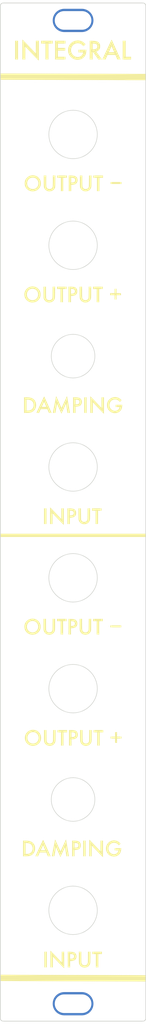
<source format=kicad_pcb>
(kicad_pcb (version 20211014) (generator pcbnew)
  (title_block (title "Simple Integrator 4u Panel") (date "2022-06-17") (rev "r01") (comment 2 "creativecommons.org/licenses/by/4.0/") (comment 3 "License: CC BY 4.0") (comment 4 "Author: Guy John"))
  (layers (0 "F.Cu" signal) (31 "B.Cu" signal) (36 "B.SilkS" user "B.Silkscreen") (37 "F.SilkS" user "F.Silkscreen") (38 "B.Mask" user) (39 "F.Mask" user) (44 "Edge.Cuts" user))
  (net 0 "")
  (footprint "4u-simple-integrator-panel:4u-simple-integrator-panel" (layer "F.Cu") (at 74.8792 106.8578)
    (fp_text reference "Ref**" hide)
    (fp_text value "Val**" hide)
    (fp_line (start -2.64255 71.659) (end -2.9389 71.389) (layer "Edge.Cuts") (width 0.1))
    (fp_line (start 3.835 28.735) (end 3.9758 29.117) (layer "Edge.Cuts") (width 0.1))
    (fp_line (start 0 -30.55) (end 0.3811 -30.5305) (layer "Edge.Cuts") (width 0.1))
    (fp_line (start -4.1427 29.927) (end -4.07914 29.515) (layer "Edge.Cuts") (width 0.1))
    (fp_line (start 3.835 -6.1353) (end 3.6587 -5.7716) (layer "Edge.Cuts") (width 0.1))
    (fp_line (start -12 -87.5) (end 12 -87.5) (layer "Edge.Cuts") (width 0.12))
    (fp_line (start 1.2327 -68.8763) (end 1.6145 -68.7354) (layer "Edge.Cuts") (width 0.1))
    (fp_line (start -3.83496 28.735) (end -3.65866 28.372) (layer "Edge.Cuts") (width 0.1))
    (fp_line (start 1.4535 52.853) (end 1.1098 52.98) (layer "Edge.Cuts") (width 0.1))
    (fp_line (start 3.835 -9.3647) (end 3.9758 -8.9828) (layer "Edge.Cuts") (width 0.1))
    (fp_line (start -0.8349 -3.6703) (end -1.2327 -3.7736) (layer "Edge.Cuts") (width 0.1))
    (fp_line (start -4.07914 10.465) (end -3.97584 10.0672) (layer "Edge.Cuts") (width 0.1))
    (fp_line (start -3.44911 -10.0719) (end -3.20847 -10.3929) (layer "Edge.Cuts") (width 0.1))
    (fp_line (start 3.4527 47.946) (end 3.5796 48.29) (layer "Edge.Cuts") (width 0.1))
    (fp_line (start 2.3791 46.511) (end 2.646 46.754) (layer "Edge.Cuts") (width 0.1))
    (fp_line (start 0 -11.9149) (end 0.4233 -11.8932) (layer "Edge.Cuts") (width 0.1))
    (fp_line (start -4.1427 30.773) (end -4.16437 30.35) (layer "Edge.Cuts") (width 0.1))
    (fp_line (start 1.6145 -3.9145) (end 1.2327 -3.7736) (layer "Edge.Cuts") (width 0.1))
    (fp_line (start -2.3791 -23.9107) (end -2.64595 -24.1535) (layer "Edge.Cuts") (width 0.1))
    (fp_line (start 3.9758 31.583) (end 3.835 31.965) (layer "Edge.Cuts") (width 0.1))
    (fp_line (start -2.9389 -42.9107) (end -3.20847 -43.2071) (layer "Edge.Cuts") (width 0.1))
    (fp_line (start 1.9782 34.009) (end 1.6145 34.186) (layer "Edge.Cuts") (width 0.1))
    (fp_line (start 0.8349 15.38) (end 0.4233 15.443) (layer "Edge.Cuts") (width 0.1))
    (fp_line (start 2.8887 47.02) (end 3.1053 47.309) (layer "Edge.Cuts") (width 0.1))
    (fp_line (start 1.2327 34.326) (end 0.8349 34.43) (layer "Edge.Cuts") (width 0.1))
    (fp_line (start -3.97584 67.217) (end -3.83496 66.835) (layer "Edge.Cuts") (width 0.1))
    (fp_line (start 3.6587 -5.7716) (end 3.4491 -5.4281) (layer "Edge.Cuts") (width 0.1))
    (fp_line (start 1.6145 64.615) (end 1.9782 64.791) (layer "Edge.Cuts") (width 0.1))
    (fp_line (start 3.6726 -26.0482) (end 3.5796 -25.69) (layer "Edge.Cuts") (width 0.1))
    (fp_line (start -1.6145 7.4646) (end -1.2327 7.3237) (layer "Edge.Cuts") (width 0.1))
    (fp_line (start 0.8349 34.43) (end 0.4233 34.493) (layer "Edge.Cuts") (width 0.1))
    (fp_line (start 3.6587 -9.7284) (end 3.835 -9.3647) (layer "Edge.Cuts") (width 0.1))
    (fp_line (start 1.2327 -41.8736) (end 0.8349 -41.7703) (layer "Edge.Cuts") (width 0.1))
    (fp_line (start -3.20847 27.707) (end -2.9389 27.411) (layer "Edge.Cuts") (width 0.1))
    (fp_line (start 3.6587 32.328) (end 3.4491 32.672) (layer "Edge.Cuts") (width 0.1))
    (fp_line (start 0.8349 -49.9296) (end 1.2327 -49.8263) (layer "Edge.Cuts") (width 0.1))
    (fp_line (start -1.6145 64.615) (end -1.2327 64.474) (layer "Edge.Cuts") (width 0.1))
    (fp_line (start 4.1427 -8.1734) (end 4.1644 -7.7501) (layer "Edge.Cuts") (width 0.1))
    (fp_line (start -2.3216 -68.3495) (end -1.9782 -68.5591) (layer "Edge.Cuts") (width 0.1))
    (fp_line (start -0.3811 -23.0694) (end -0.7516 -23.1266) (layer "Edge.Cuts") (width 0.1))
    (fp_line (start -4.1427 -7.3268) (end -4.16437 -7.7501) (layer "Edge.Cuts") (width 0.1))
    (fp_line (start 0.4233 -60.7567) (end 0 -60.735) (layer "Edge.Cuts") (width 0.1))
    (fp_line (start -3.44911 13.622) (end -3.65866 13.278) (layer "Edge.Cuts") (width 0.1))
    (fp_line (start -0.7516 -30.4733) (end -0.3811 -30.5305) (layer "Edge.Cuts") (width 0.1))
    (fp_line (start -4.07914 -6.9151) (end -4.1427 -7.3268) (layer "Edge.Cuts") (width 0.1))
    (fp_line (start 4.0791 67.615) (end 4.1427 68.027) (layer "Edge.Cuts") (width 0.1))
    (fp_line (start 2.6425 27.141) (end 2.9389 27.411) (layer "Edge.Cuts") (width 0.1))
    (fp_line (start 0.3811 45.669) (end 0.7516 45.727) (layer "Edge.Cuts") (width 0.1))
    (fp_line (start -2.0902 52.506) (end -2.3791 52.289) (layer "Edge.Cuts") (width 0.1))
    (fp_line (start 2.3216 -4.3004) (end 1.9782 -4.0908) (layer "Edge.Cuts") (width 0.1))
    (fp_line (start -2.64255 8.0911) (end -2.3216 7.8505) (layer "Edge.Cuts") (width 0.1))
    (fp_line (start -3.7298 -27.1812) (end -3.67257 -27.5518) (layer "Edge.Cuts") (width 0.1))
    (fp_line (start 1.6145 -61.0645) (end 1.2327 -60.9236) (layer "Edge.Cuts") (width 0.1))
    (fp_line (start -1.2327 -49.8263) (end -0.8349 -49.9296) (layer "Edge.Cuts") (width 0.1))
    (fp_line (start -3.97584 -66.1328) (end -3.83496 -66.5147) (layer "Edge.Cuts") (width 0.1))
    (fp_line (start 0.4233 7.1568) (end 0.8349 7.2204) (layer "Edge.Cuts") (width 0.1))
    (fp_line (start 1.9782 -49.5091) (end 2.3216 -49.2995) (layer "Edge.Cuts") (width 0.1))
    (fp_line (start 3.4527 -25.3462) (end 3.294 -25.0186) (layer "Edge.Cuts") (width 0.1))
    (fp_line (start 3.835 66.835) (end 3.9758 67.217) (layer "Edge.Cuts") (width 0.1))
    (fp_line (start -2.64255 33.559) (end -2.9389 33.289) (layer "Edge.Cuts") (width 0.1))
    (fp_line (start -3.20847 -10.3929) (end -2.9389 -10.6892) (layer "Edge.Cuts") (width 0.1))
    (fp_line (start -3.20847 -5.1071) (end -3.44911 -5.4281) (layer "Edge.Cuts") (width 0.1))
    (fp_line (start 3.6587 9.3216) (end 3.835 9.6853) (layer "Edge.Cuts") (width 0.1))
    (fp_line (start 1.2327 -60.9236) (end 0.8349 -60.8203) (layer "Edge.Cuts") (width 0.1))
    (fp_line (start -3.44911 70.772) (end -3.65866 70.428) (layer "Edge.Cuts") (width 0.1))
    (fp_line (start 0.4233 34.493) (end 0 34.515) (layer "Edge.Cuts") (width 0.1))
    (fp_line (start 0 45.65) (end 0.3811 45.669) (layer "Edge.Cuts") (width 0.1))
    (fp_line (start -3.20847 -67.5429) (end -2.9389 -67.8392) (layer "Edge.Cuts") (width 0.1))
    (fp_line (start 3.4491 13.622) (end 3.2085 13.943) (layer "Edge.Cuts") (width 0.1))
    (fp_line (start -3.10532 47.309) (end -2.88866 47.02) (layer "Edge.Cuts") (width 0.1))
    (fp_line (start 2.3216 26.9) (end 2.6425 27.141) (layer "Edge.Cuts") (width 0.1))
    (fp_line (start -3.83496 -9.3647) (end -3.65866 -9.7284) (layer "Edge.Cuts") (width 0.1))
    (fp_line (start -3.83496 66.835) (end -3.65866 66.472) (layer "Edge.Cuts") (width 0.1))
    (fp_line (start -3.20847 -43.2071) (end -3.44911 -43.5281) (layer "Edge.Cuts") (width 0.1))
    (fp_line (start 0 7.1351) (end 0.4233 7.1568) (layer "Edge.Cuts") (width 0.1))
    (fp_line (start -2.3216 71.9) (end -2.64255 71.659) (layer "Edge.Cuts") (width 0.1))
    (fp_line (start -3.7298 49.781) (end -3.74931 49.4) (layer "Edge.Cuts") (width 0.1))
    (fp_line (start -0.3811 53.131) (end -0.7516 53.073) (layer "Edge.Cuts") (width 0.1))
    (fp_line (start 2.8887 51.78) (end 2.646 52.047) (layer "Edge.Cuts") (width 0.1))
    (fp_line (start 0 -69.0649) (end 0.4233 -69.0432) (layer "Edge.Cuts") (width 0.1))
    (fp_line (start 2.9389 -48.7892) (end 3.2085 -48.4929) (layer "Edge.Cuts") (width 0.1))
    (fp_line (start -1.9782 -11.4091) (end -1.6145 -11.5854) (layer "Edge.Cuts") (width 0.1))
    (fp_line (start 0.4233 -3.6067) (end 0 -3.585) (layer "Edge.Cuts") (width 0.1))
    (fp_line (start -1.4535 45.947) (end -1.1098 45.82) (layer "Edge.Cuts") (width 0.1))
    (fp_line (start -3.44911 -48.1719) (end -3.20847 -48.4929) (layer "Edge.Cuts") (width 0.1))
    (fp_line (start 1.9782 26.691) (end 2.3216 26.9) (layer "Edge.Cuts") (width 0.1))
    (fp_line (start 1.2327 64.474) (end 1.6145 64.615) (layer "Edge.Cuts") (width 0.1))
    (fp_line (start -4.1427 10.8766) (end -4.07914 10.465) (layer "Edge.Cuts") (width 0.1))
    (fp_line (start -1.9782 64.791) (end -1.6145 64.615) (layer "Edge.Cuts") (width 0.1))
    (fp_line (start -3.67257 -26.0482) (end -3.7298 -26.4189) (layer "Edge.Cuts") (width 0.1))
    (fp_line (start -4.16437 11.2999) (end -4.16437 11.2999) (layer "Edge.Cuts") (width 0.1))
    (fp_line (start 0 -23.0499) (end -0.3811 -23.0694) (layer "Edge.Cuts") (width 0.1))
    (fp_line (start 3.6587 66.472) (end 3.835 66.835) (layer "Edge.Cuts") (width 0.1))
    (fp_line (start -1.9782 14.959) (end -2.3216 14.75) (layer "Edge.Cuts") (width 0.1))
    (fp_line (start -2.0902 -29.9059) (end -1.781 -30.0946) (layer "Edge.Cuts") (width 0.1))
    (fp_line (start 4.0791 69.285) (end 3.9758 69.683) (layer "Edge.Cuts") (width 0.1))
    (fp_line (start -3.83496 -47.4647) (end -3.65866 -47.8284) (layer "Edge.Cuts") (width 0.1))
    (fp_line (start -3.97584 12.533) (end -4.07914 12.1349) (layer "Edge.Cuts") (width 0.1))
    (fp_line (start 3.9758 -66.1328) (end 4.0791 -65.735) (layer "Edge.Cuts") (width 0.1))
    (fp_line (start 3.4491 -67.2219) (end 3.6587 -66.8784) (layer "Edge.Cuts") (width 0.1))
    (fp_line (start -4.07914 31.185) (end -4.1427 30.773) (layer "Edge.Cuts") (width 0.1))
    (fp_line (start 3.1053 47.309) (end 3.294 47.619) (layer "Edge.Cuts") (width 0.1))
    (fp_line (start -1.2327 -68.8763) (end -0.8349 -68.9796) (layer "Edge.Cuts") (width 0.1))
    (fp_line (start 2.3216 33.8) (end 1.9782 34.009) (layer "Edge.Cuts") (width 0.1))
    (fp_line (start 3.4491 8.9781) (end 3.6587 9.3216) (layer "Edge.Cuts") (width 0.1))
    (fp_line (start 4.0791 -6.9151) (end 3.9758 -6.5172) (layer "Edge.Cuts") (width 0.1))
    (fp_line (start 2.6425 33.559) (end 2.3216 33.8) (layer "Edge.Cuts") (width 0.1))
    (fp_line (start -2.64595 -24.1535) (end -2.88866 -24.4203) (layer "Edge.Cuts") (width 0.1))
    (fp_line (start -3.97584 10.0672) (end -3.83496 9.6853) (layer "Edge.Cuts") (width 0.1))
    (fp_line (start 12 87.5) (end -12 87.5) (layer "Edge.Cuts") (width 0.12))
    (fp_line (start -0.4233 -49.9932) (end 0 -50.0149) (layer "Edge.Cuts") (width 0.1))
    (fp_line (start 2.6425 -68.1089) (end 2.9389 -67.8392) (layer "Edge.Cuts") (width 0.1))
    (fp_line (start 1.2327 -3.7736) (end 0.8349 -3.6703) (layer "Edge.Cuts") (width 0.1))
    (fp_line (start 1.9782 -42.1908) (end 1.6145 -42.0145) (layer "Edge.Cuts") (width 0.1))
    (fp_line (start 0.4233 15.443) (end 0 15.465) (layer "Edge.Cuts") (width 0.1))
    (fp_line (start 1.2327 15.276) (end 0.8349 15.38) (layer "Edge.Cuts") (width 0.1))
    (fp_line (start -0.8349 -60.8203) (end -1.2327 -60.9236) (layer "Edge.Cuts") (width 0.1))
    (fp_line (start -0.8349 -11.8296) (end -0.4233 -11.8932) (layer "Edge.Cuts") (width 0.1))
    (fp_line (start 1.6145 7.4646) (end 1.9782 7.6409) (layer "Edge.Cuts") (width 0.1))
    (fp_line (start -3.45272 50.854) (end -3.57956 50.51) (layer "Edge.Cuts") (width 0.1))
    (fp_line (start -1.9782 -49.5091) (end -1.6145 -49.6854) (layer "Edge.Cuts") (width 0.1))
    (fp_line (start -4.16437 -45.8501) (end -4.1427 -46.2734) (layer "Edge.Cuts") (width 0.1))
    (fp_line (start -0.3811 -30.5305) (end 0 -30.55) (layer "Edge.Cuts") (width 0.1))
    (fp_line (start -3.65866 13.278) (end -3.83496 12.915) (layer "Edge.Cuts") (width 0.1))
    (fp_line (start -3.29399 -25.0186) (end -3.45272 -25.3462) (layer "Edge.Cuts") (width 0.1))
    (fp_line (start -2.9389 -67.8392) (end -2.64255 -68.1089) (layer "Edge.Cuts") (width 0.1))
    (fp_line (start -4.1427 11.7232) (end -4.16437 11.2999) (layer "Edge.Cuts") (width 0.1))
    (fp_line (start 3.2085 -48.4929) (end 3.4491 -48.1719) (layer "Edge.Cuts") (width 0.1))
    (fp_line (start 2.9389 71.389) (end 2.6425 71.659) (layer "Edge.Cuts") (width 0.1))
    (fp_line (start -1.6145 -42.0145) (end -1.9782 -42.1908) (layer "Edge.Cuts") (width 0.1))
    (fp_line (start 3.9758 -44.6172) (end 3.835 -44.2353) (layer "Edge.Cuts") (width 0.1))
    (fp_line (start 3.2085 13.943) (end 2.9389 14.239) (layer "Edge.Cuts") (width 0.1))
    (fp_line (start 12.5 -87) (end 12.5 87) (layer "Edge.Cuts") (width 0.12))
    (fp_line (start 0.7516 45.727) (end 1.1098 45.82) (layer "Edge.Cuts") (width 0.1))
    (fp_line (start 4.1427 -65.3234) (end 4.1644 -64.9001) (layer "Edge.Cuts") (width 0.1))
    (fp_line (start -1.6145 26.515) (end -1.2327 26.374) (layer "Edge.Cuts") (width 0.1))
    (fp_line (start -3.97584 -47.0828) (end -3.83496 -47.4647) (layer "Edge.Cuts") (width 0.1))
    (fp_line (start -4.1427 -64.4768) (end -4.16437 -64.9001) (layer "Edge.Cuts") (width 0.1))
    (fp_line (start 3.7298 -27.1812) (end 3.7493 -26.8001) (layer "Edge.Cuts") (width 0.1))
    (fp_line (start 3.6587 -43.8716) (end 3.4491 -43.5281) (layer "Edge.Cuts") (width 0.1))
    (fp_line (start 1.4535 45.947) (end 1.781 46.105) (layer "Edge.Cuts") (width 0.1))
    (fp_line (start 2.646 52.047) (end 2.3791 52.289) (layer "Edge.Cuts") (width 0.1))
    (fp_line (start -2.3216 33.8) (end -2.64255 33.559) (layer "Edge.Cuts") (width 0.1))
    (fp_line (start -4.07914 69.285) (end -4.1427 68.873) (layer "Edge.Cuts") (width 0.1))
    (fp_line (start 3.835 70.065) (end 3.6587 70.428) (layer "Edge.Cuts") (width 0.1))
    (fp_line (start 4.1644 68.45) (end 4.1427 68.873) (layer "Edge.Cuts") (width 0.1))
    (fp_line (start -3.65866 -9.7284) (end -3.44911 -10.0719) (layer "Edge.Cuts") (width 0.1))
    (fp_line (start 0.8349 -68.9796) (end 1.2327 -68.8763) (layer "Edge.Cuts") (width 0.1))
    (fp_line (start 0.8349 72.53) (end 0.4233 72.593) (layer "Edge.Cuts") (width 0.1))
    (fp_line (start -4.1427 -45.4268) (end -4.16437 -45.8501) (layer "Edge.Cuts") (width 0.1))
    (fp_line (start -4.07914 67.615) (end -3.97584 67.217) (layer "Edge.Cuts") (width 0.1))
    (fp_line (start 3.6587 13.278) (end 3.4491 13.622) (layer "Edge.Cuts") (width 0.1))
    (fp_line (start -3.65866 -47.8284) (end -3.44911 -48.1719) (layer "Edge.Cuts") (width 0.1))
    (fp_line (start -3.7298 49.019) (end -3.67257 48.648) (layer "Edge.Cuts") (width 0.1))
    (fp_line (start -1.2327 7.3237) (end -0.8349 7.2204) (layer "Edge.Cuts") (width 0.1))
    (fp_line (start 4.1644 11.2999) (end 4.1427 11.7232) (layer "Edge.Cuts") (width 0.1))
    (fp_line (start -2.64255 -42.6411) (end -2.9389 -42.9107) (layer "Edge.Cuts") (width 0.1))
    (fp_line (start -3.44911 8.9781) (end -3.20847 8.6571) (layer "Edge.Cuts") (width 0.1))
    (fp_line (start -3.65866 9.3216) (end -3.44911 8.9781) (layer "Edge.Cuts") (width 0.1))
    (fp_line (start 0.8349 -11.8296) (end 1.2327 -11.7263) (layer "Edge.Cuts") (width 0.1))
    (fp_line (start 2.6425 -10.9589) (end 2.9389 -10.6892) (layer "Edge.Cuts") (width 0.1))
    (fp_line (start -3.67257 48.648) (end -3.57956 48.29) (layer "Edge.Cuts") (width 0.1))
    (fp_line (start -3.45272 -28.2539) (end -3.29399 -28.5814) (layer "Edge.Cuts") (width 0.1))
    (fp_line (start -3.83496 -66.5147) (end -3.65866 -66.8784) (layer "Edge.Cuts") (width 0.1))
    (fp_line (start -4.07914 12.1349) (end -4.1427 11.7232) (layer "Edge.Cuts") (width 0.1))
    (fp_line (start 0.4233 -11.8932) (end 0.8349 -11.8296) (layer "Edge.Cuts") (width 0.1))
    (fp_line (start -4.07914 29.515) (end -3.97584 29.117) (layer "Edge.Cuts") (width 0.1))
    (fp_line (start 3.4527 50.854) (end 3.294 51.181) (layer "Edge.Cuts") (width 0.1))
    (fp_line (start -0.4233 -3.6067) (end -0.8349 -3.6703) (layer "Edge.Cuts") (width 0.1))
    (fp_line (start 2.3216 71.9) (end 1.9782 72.109) (layer "Edge.Cuts") (width 0.1))
    (fp_line (start 3.5796 -25.69) (end 3.4527 -25.3462) (layer "Edge.Cuts") (width 0.1))
    (fp_line (start -2.3216 -4.3004) (end -2.64255 -4.5411) (layer "Edge.Cuts") (width 0.1))
    (fp_line (start 0.8349 -41.7703) (end 0.4233 -41.7067) (layer "Edge.Cuts") (width 0.1))
    (fp_line (start -1.2327 26.374) (end -0.8349 26.27) (layer "Edge.Cuts") (width 0.1))
    (fp_line (start -1.9782 -4.0908) (end -2.3216 -4.3004) (layer "Edge.Cuts") (width 0.1))
    (fp_line (start 0 -41.685) (end -0.4233 -41.7067) (layer "Edge.Cuts") (width 0.1))
    (fp_line (start 2.3216 -42.4004) (end 1.9782 -42.1908) (layer "Edge.Cuts") (width 0.1))
    (fp_line (start 0 72.615) (end -0.4233 72.593) (layer "Edge.Cuts") (width 0.1))
    (fp_line (start -3.65866 70.428) (end -3.83496 70.065) (layer "Edge.Cuts") (width 0.1))
    (fp_line (start 1.6145 72.286) (end 1.2327 72.426) (layer "Edge.Cuts") (width 0.1))
    (fp_line (start 0 -60.735) (end -0.4233 -60.7567) (layer "Edge.Cuts") (width 0.1))
    (fp_line (start 2.3216 -68.3495) (end 2.6425 -68.1089) (layer "Edge.Cuts") (width 0.1))
    (fp_line (start -0.4233 64.307) (end 0 64.285) (layer "Edge.Cuts") (width 0.1))
    (fp_line (start 3.6587 -62.9216) (end 3.4491 -62.5781) (layer "Edge.Cuts") (width 0.1))
    (fp_line (start -2.9389 -48.7892) (end -2.64255 -49.0589) (layer "Edge.Cuts") (width 0.1))
    (fp_line (start 3.2085 -67.5429) (end 3.4491 -67.2219) (layer "Edge.Cuts") (width 0.1))
    (fp_line (start -2.64595 46.754) (end -2.3791 46.511) (layer "Edge.Cuts") (width 0.1))
    (fp_line (start -3.44911 28.028) (end -3.20847 27.707) (layer "Edge.Cuts") (width 0.1))
    (fp_line (start -1.2327 64.474) (end -0.8349 64.37) (layer "Edge.Cuts") (width 0.1))
    (fp_line (start -3.20847 71.093) (end -3.44911 70.772) (layer "Edge.Cuts") (width 0.1))
    (fp_line (start -3.74931 -26.8001) (end -3.74931 -26.8001) (layer "Edge.Cuts") (width 0.1))
    (fp_line (start 3.4491 -43.5281) (end 3.2085 -43.2071) (layer "Edge.Cuts") (width 0.1))
    (fp_line (start 2.646 -24.1535) (end 2.3791 -23.9107) (layer "Edge.Cuts") (width 0.1))
    (fp_line (start -4.1427 68.027) (end -4.07914 67.615) (layer "Edge.Cuts") (width 0.1))
    (fp_line (start 1.9782 -61.2408) (end 1.6145 -61.0645) (layer "Edge.Cuts") (width 0.1))
    (fp_line (start -3.67257 50.152) (end -3.7298 49.781) (layer "Edge.Cuts") (width 0.1))
    (fp_line (start 2.3216 -11.1995) (end 2.6425 -10.9589) (layer "Edge.Cuts") (width 0.1))
    (fp_line (start -0.7516 53.073) (end -1.1098 52.98) (layer "Edge.Cuts") (width 0.1))
    (fp_line (start 3.294 -28.5814) (end 3.4527 -28.2539) (layer "Edge.Cuts") (width 0.1))
    (fp_line (start -3.20847 32.993) (end -3.44911 32.672) (layer "Edge.Cuts") (width 0.1))
    (fp_line (start 3.2085 -43.2071) (end 2.9389 -42.9107) (layer "Edge.Cuts") (width 0.1))
    (fp_line (start 2.3216 -61.4504) (end 1.9782 -61.2408) (layer "Edge.Cuts") (width 0.1))
    (fp_line (start 0.8349 26.27) (end 1.2327 26.374) (layer "Edge.Cuts") (width 0.1))
    (fp_line (start -0.7516 45.727) (end -0.3811 45.669) (layer "Edge.Cuts") (width 0.1))
    (fp_line (start -1.6145 -49.6854) (end -1.2327 -49.8263) (layer "Edge.Cuts") (width 0.1))
    (fp_line (start -1.6145 -11.5854) (end -1.2327 -11.7263) (layer "Edge.Cuts") (width 0.1))
    (fp_line (start 2.6425 -4.5411) (end 2.3216 -4.3004) (layer "Edge.Cuts") (width 0.1))
    (fp_line (start -3.20847 65.807) (end -2.9389 65.511) (layer "Edge.Cuts") (width 0.1))
    (fp_line (start -0.8349 -68.9796) (end -0.4233 -69.0432) (layer "Edge.Cuts") (width 0.1))
    (fp_line (start 3.1053 -28.8906) (end 3.294 -28.5814) (layer "Edge.Cuts") (width 0.1))
    (fp_line (start 4.1427 -45.4268) (end 4.0791 -45.0151) (layer "Edge.Cuts") (width 0.1))
    (fp_line (start 2.9389 -61.9607) (end 2.6425 -61.6911) (layer "Edge.Cuts") (width 0.1))
    (fp_line (start -3.29399 47.619) (end -3.10532 47.309) (layer "Edge.Cuts") (width 0.1))
    (fp_line (start -1.2327 72.426) (end -1.6145 72.286) (layer "Edge.Cuts") (width 0.1))
    (fp_line (start -2.64255 -4.5411) (end -2.9389 -4.8107) (layer "Edge.Cuts") (width 0.1))
    (fp_line (start 3.6587 28.372) (end 3.835 28.735) (layer "Edge.Cuts") (width 0.1))
    (fp_line (start 0 64.285) (end 0.4233 64.307) (layer "Edge.Cuts") (width 0.1))
    (fp_line (start 1.1098 52.98) (end 0.7516 53.073) (layer "Edge.Cuts") (width 0.1))
    (fp_line (start 3.5796 50.51) (end 3.4527 50.854) (layer "Edge.Cuts") (width 0.1))
    (fp_line (start -1.2327 34.326) (end -1.6145 34.186) (layer "Edge.Cuts") (width 0.1))
    (fp_line (start 4.1427 30.773) (end 4.0791 31.185) (layer "Edge.Cuts") (width 0.1))
    (fp_line (start 4.1427 11.7232) (end 4.0791 12.1349) (layer "Edge.Cuts") (width 0.1))
    (fp_line (start -1.6145 15.136) (end -1.9782 14.959) (layer "Edge.Cuts") (width 0.1))
    (fp_line (start 2.646 -29.4465) (end 2.8887 -29.1796) (layer "Edge.Cuts") (width 0.1))
    (fp_line (start -2.64595 52.047) (end -2.88866 51.78) (layer "Edge.Cuts") (width 0.1))
    (fp_line (start 4.0791 -8.585) (end 4.1427 -8.1734) (layer "Edge.Cuts") (width 0.1))
    (fp_line (start -12.5 87) (end -12.5 -87) (layer "Edge.Cuts") (width 0.12))
    (fp_line (start -3.57956 -27.91) (end -3.45272 -28.2539) (layer "Edge.Cuts") (width 0.1))
    (fp_line (start -1.9782 72.109) (end -2.3216 71.9) (layer "Edge.Cuts") (width 0.1))
    (fp_line (start 3.9758 -8.9828) (end 4.0791 -8.585) (layer "Edge.Cuts") (width 0.1))
    (fp_line (start 1.9782 -11.4091) (end 2.3216 -11.1995) (layer "Edge.Cuts") (width 0.1))
    (fp_line (start -3.97584 -6.5172) (end -4.07914 -6.9151) (layer "Edge.Cuts") (width 0.1))
    (fp_line (start -4.1427 68.873) (end -4.16437 68.45) (layer "Edge.Cuts") (width 0.1))
    (fp_line (start -2.9389 33.289) (end -3.20847 32.993) (layer "Edge.Cuts") (width 0.1))
    (fp_line (start 2.9389 65.511) (end 3.2085 65.807) (layer "Edge.Cuts") (width 0.1))
    (fp_line (start -3.45272 -25.3462) (end -3.57956 -25.69) (layer "Edge.Cuts") (width 0.1))
    (fp_line (start 2.9389 -67.8392) (end 3.2085 -67.5429) (layer "Edge.Cuts") (width 0.1))
    (fp_line (start 0 -3.585) (end -0.4233 -3.6067) (layer "Edge.Cuts") (width 0.1))
    (fp_line (start -0.4233 34.493) (end -0.8349 34.43) (layer "Edge.Cuts") (width 0.1))
    (fp_line (start 3.9758 69.683) (end 3.835 70.065) (layer "Edge.Cuts") (width 0.1))
    (fp_line (start -3.83496 -63.2853) (end -3.97584 -63.6672) (layer "Edge.Cuts") (width 0.1))
    (fp_line (start -1.1098 45.82) (end -0.7516 45.727) (layer "Edge.Cuts") (width 0.1))
    (fp_line (start 3.1053 -24.7094) (end 2.8887 -24.4203) (layer "Edge.Cuts") (width 0.1))
    (fp_line (start 3.7298 -26.4189) (end 3.6726 -26.0482) (layer "Edge.Cuts") (width 0.1))
    (fp_line (start 2.646 46.754) (end 2.8887 47.02) (layer "Edge.Cuts") (width 0.1))
    (fp_line (start -0.4233 -11.8932) (end 0 -11.9149) (layer "Edge.Cuts") (width 0.1))
    (fp_line (start 1.781 52.695) (end 1.4535 52.853) (layer "Edge.Cuts") (width 0.1))
    (fp_line (start 4.0791 -46.685) (end 4.1427 -46.2734) (layer "Edge.Cuts") (width 0.1))
    (fp_line (start 0.8349 7.2204) (end 1.2327 7.3237) (layer "Edge.Cuts") (width 0.1))
    (fp_line (start -2.3216 14.75) (end -2.64255 14.509) (layer "Edge.Cuts") (width 0.1))
    (fp_line (start -1.2327 -41.8736) (end -1.6145 -42.0145) (layer "Edge.Cuts") (width 0.1))
    (fp_line (start 0.8349 -60.8203) (end 0.4233 -60.7567) (layer "Edge.Cuts") (width 0.1))
    (fp_line (start 2.3216 -49.2995) (end 2.6425 -49.0589) (layer "Edge.Cuts") (width 0.1))
    (fp_line (start 3.4491 -48.1719) (end 3.6587 -47.8284) (layer "Edge.Cuts") (width 0.1))
    (fp_line (start 1.9782 -4.0908) (end 1.6145 -3.9145) (layer "Edge.Cuts") (width 0.1))
    (fp_line (start 1.1098 -30.3802) (end 1.4535 -30.2534) (layer "Edge.Cuts") (width 0.1))
    (fp_line (start -1.1098 -30.3802) (end -0.7516 -30.4733) (layer "Edge.Cuts") (width 0.1))
    (fp_line (start -2.64255 -68.1089) (end -2.3216 -68.3495) (layer "Edge.Cuts") (width 0.1))
    (fp_line (start -3.97584 29.117) (end -3.83496 28.735) (layer "Edge.Cuts") (width 0.1))
    (fp_line (start 4.1644 -7.7501) (end 4.1427 -7.3268) (layer "Edge.Cuts") (width 0.1))
    (fp_line (start 1.6145 -49.6854) (end 1.9782 -49.5091) (layer "Edge.Cuts") (width 0.1))
    (fp_line (start 1.6145 26.515) (end 1.9782 26.691) (layer "Edge.Cuts") (width 0.1))
    (fp_line (start 0.7516 -30.4733) (end 1.1098 -30.3802) (layer "Edge.Cuts") (width 0.1))
    (fp_line (start 4.0791 -45.0151) (end 3.9758 -44.6172) (layer "Edge.Cuts") (width 0.1))
    (fp_line (start 4.0791 31.185) (end 3.9758 31.583) (layer "Edge.Cuts") (width 0.1))
    (fp_line (start -0.8349 64.37) (end -0.4233 64.307) (layer "Edge.Cuts") (width 0.1))
    (fp_line (start 2.6425 8.0911) (end 2.9389 8.3608) (layer "Edge.Cuts") (width 0.1))
    (fp_line (start -2.3216 26.9) (end -1.9782 26.691) (layer "Edge.Cuts") (width 0.1))
    (fp_line (start -2.3791 52.289) (end -2.64595 52.047) (layer "Edge.Cuts") (width 0.1))
    (fp_line (start -3.65866 32.328) (end -3.83496 31.965) (layer "Edge.Cuts") (width 0.1))
    (fp_line (start 2.9389 27.411) (end 3.2085 27.707) (layer "Edge.Cuts") (width 0.1))
    (fp_line (start -4.07914 -8.585) (end -3.97584 -8.9828) (layer "Edge.Cuts") (width 0.1))
    (fp_line (start 2.9389 8.3608) (end 3.2085 8.6571) (layer "Edge.Cuts") (width 0.1))
    (fp_line (start 3.835 -63.2853) (end 3.6587 -62.9216) (layer "Edge.Cuts") (width 0.1))
    (fp_line (start -4.16437 68.45) (end -4.16437 68.45) (layer "Edge.Cuts") (width 0.1))
    (fp_line (start -3.83496 -44.2353) (end -3.97584 -44.6172) (layer "Edge.Cuts") (width 0.1))
    (fp_line (start 3.7493 -26.8001) (end 3.7298 -26.4189) (layer "Edge.Cuts") (width 0.1))
    (fp_line (start 2.9389 14.239) (end 2.6425 14.509) (layer "Edge.Cuts") (width 0.1))
    (fp_line (start 0 -50.0149) (end 0.4233 -49.9932) (layer "Edge.Cuts") (width 0.1))
    (fp_line (start -2.9389 14.239) (end -3.20847 13.943) (layer "Edge.Cuts") (width 0.1))
    (fp_line (start -0.8349 34.43) (end -1.2327 34.326) (layer "Edge.Cuts") (width 0.1))
    (fp_line (start -0.4233 26.207) (end 0 26.185) (layer "Edge.Cuts") (width 0.1))
    (fp_line (start 3.7298 49.019) (end 3.7493 49.4) (layer "Edge.Cuts") (width 0.1))
    (fp_line (start -3.57956 -25.69) (end -3.67257 -26.0482) (layer "Edge.Cuts") (width 0.1))
    (fp_line (start -1.781 -30.0946) (end -1.4535 -30.2534) (layer "Edge.Cuts") (width 0.1))
    (fp_line (start 2.8887 -29.1796) (end 3.1053 -28.8906) (layer "Edge.Cuts") (width 0.1))
    (fp_line (start 3.5796 48.29) (end 3.6726 48.648) (layer "Edge.Cuts") (width 0.1))
    (fp_line (start -4.16437 30.35) (end -4.1427 29.927) (layer "Edge.Cuts") (width 0.1))
    (fp_line (start 2.9389 -4.8107) (end 2.6425 -4.5411) (layer "Edge.Cuts") (width 0.1))
    (fp_line (start -4.16437 68.45) (end -4.1427 68.027) (layer "Edge.Cuts") (width 0.1))
    (fp_line (start 3.2085 -5.1071) (end 2.9389 -4.8107) (layer "Edge.Cuts") (width 0.1))
    (fp_line (start 3.6587 70.428) (end 3.4491 70.772) (layer "Edge.Cuts") (width 0.1))
    (fp_line (start 1.2327 7.3237) (end 1.6145 7.4646) (layer "Edge.Cuts") (width 0.1))
    (fp_line (start -2.3216 -61.4504) (end -2.64255 -61.6911) (layer "Edge.Cuts") (width 0.1))
    (fp_line (start -1.781 -23.5053) (end -2.0902 -23.694) (layer "Edge.Cuts") (width 0.1))
    (fp_line (start 3.4491 -62.5781) (end 3.2085 -62.2571) (layer "Edge.Cuts") (width 0.1))
    (fp_line (start 2.3216 7.8505) (end 2.6425 8.0911) (layer "Edge.Cuts") (width 0.1))
    (fp_line (start 1.4535 -23.3465) (end 1.1098 -23.2197) (layer "Edge.Cuts") (width 0.1))
    (fp_line (start -4.16437 -64.9001) (end -4.16437 -64.9001) (layer "Edge.Cuts") (width 0.1))
    (fp_line (start 2.0902 46.294) (end 2.3791 46.511) (layer "Edge.Cuts") (width 0.1))
    (fp_line (start -2.3216 -49.2995) (end -1.9782 -49.5091) (layer "Edge.Cuts") (width 0.1))
    (fp_line (start -3.65866 -43.8716) (end -3.83496 -44.2353) (layer "Edge.Cuts") (width 0.1))
    (fp_line (start 0.3811 -23.0694) (end 0 -23.0499) (layer "Edge.Cuts") (width 0.1))
    (fp_line (start 0.4233 -49.9932) (end 0.8349 -49.9296) (layer "Edge.Cuts") (width 0.1))
    (fp_line (start -4.16437 -64.9001) (end -4.1427 -65.3234) (layer "Edge.Cuts") (width 0.1))
    (fp_line (start -2.88866 -24.4203) (end -3.10532 -24.7094) (layer "Edge.Cuts") (width 0.1))
    (fp_line (start -3.29399 -28.5814) (end -3.10532 -28.8906) (layer "Edge.Cuts") (width 0.1))
    (fp_line (start -3.29399 51.181) (end -3.45272 50.854) (layer "Edge.Cuts") (width 0.1))
    (fp_line (start 4.0791 12.1349) (end 3.9758 12.533) (layer "Edge.Cuts") (width 0.1))
    (fp_line (start 0.4233 64.307) (end 0.8349 64.37) (layer "Edge.Cuts") (width 0.1))
    (fp_line (start 3.2085 32.993) (end 2.9389 33.289) (layer "Edge.Cuts") (width 0.1))
    (fp_line (start 1.2327 72.426) (end 0.8349 72.53) (layer "Edge.Cuts") (width 0.1))
    (fp_line (start 3.6587 -47.8284) (end 3.835 -47.4647) (layer "Edge.Cuts") (width 0.1))
    (fp_line (start -4.16437 -7.7501) (end -4.1427 -8.1734) (layer "Edge.Cuts") (width 0.1))
    (fp_line (start -2.64255 -10.9589) (end -2.3216 -11.1995) (layer "Edge.Cuts") (width 0.1))
    (fp_line (start 1.9782 -68.5591) (end 2.3216 -68.3495) (layer "Edge.Cuts") (width 0.1))
    (fp_line (start 0.4233 -69.0432) (end 0.8349 -68.9796) (layer "Edge.Cuts") (width 0.1))
    (fp_line (start -2.64255 -61.6911) (end -2.9389 -61.9607) (layer "Edge.Cuts") (width 0.1))
    (fp_line (start -2.9389 27.411) (end -2.64255 27.141) (layer "Edge.Cuts") (width 0.1))
    (fp_line (start -1.781 46.105) (end -1.4535 45.947) (layer "Edge.Cuts") (width 0.1))
    (fp_line (start -0.8349 15.38) (end -1.2327 15.276) (layer "Edge.Cuts") (width 0.1))
    (fp_line (start 3.294 51.181) (end 3.1053 51.491) (layer "Edge.Cuts") (width 0.1))
    (fp_line (start 3.4491 66.128) (end 3.6587 66.472) (layer "Edge.Cuts") (width 0.1))
    (fp_line (start 4.1644 30.35) (end 4.1427 30.773) (layer "Edge.Cuts") (width 0.1))
    (fp_line (start 3.4491 -10.0719) (end 3.6587 -9.7284) (layer "Edge.Cuts") (width 0.1))
    (fp_line (start 3.4491 -5.4281) (end 3.2085 -5.1071) (layer "Edge.Cuts") (width 0.1))
    (fp_line (start 2.0902 -29.9059) (end 2.3791 -29.6892) (layer "Edge.Cuts") (width 0.1))
    (fp_line (start -3.97584 -63.6672) (end -4.07914 -64.0651) (layer "Edge.Cuts") (width 0.1))
    (fp_line (start -3.20847 -62.2571) (end -3.44911 -62.5781) (layer "Edge.Cuts") (width 0.1))
    (fp_line (start -3.65866 28.372) (end -3.44911 28.028) (layer "Edge.Cuts") (width 0.1))
    (fp_line (start -3.83496 12.915) (end -3.97584 12.533) (layer "Edge.Cuts") (width 0.1))
    (fp_line (start 1.781 46.105) (end 2.0902 46.294) (layer "Edge.Cuts") (width 0.1))
    (fp_line (start -1.2327 -3.7736) (end -1.6145 -3.9145) (layer "Edge.Cuts") (width 0.1))
    (fp_line (start 1.781 -30.0946) (end 2.0902 -29.9059) (layer "Edge.Cuts") (width 0.1))
    (fp_line (start -3.44911 -67.2219) (end -3.20847 -67.5429) (layer "Edge.Cuts") (width 0.1))
    (fp_line (start -1.1098 52.98) (end -1.4535 52.853) (layer "Edge.Cuts") (width 0.1))
    (fp_line (start 1.9782 7.6409) (end 2.3216 7.8505) (layer "Edge.Cuts") (width 0.1))
    (fp_line (start -2.3216 65) (end -1.9782 64.791) (layer "Edge.Cuts") (width 0.1))
    (fp_line (start -1.781 52.695) (end -2.0902 52.506) (layer "Edge.Cuts") (width 0.1))
    (fp_line (start -1.9782 34.009) (end -2.3216 33.8) (layer "Edge.Cuts") (width 0.1))
    (fp_line (start -0.7516 -23.1266) (end -1.1098 -23.2197) (layer "Edge.Cuts") (width 0.1))
    (fp_line (start -3.44911 -43.5281) (end -3.65866 -43.8716) (layer "Edge.Cuts") (width 0.1))
    (fp_line (start 4.1427 -64.4768) (end 4.0791 -64.0651) (layer "Edge.Cuts") (width 0.1))
    (fp_line (start -0.4233 -69.0432) (end 0 -69.0649) (layer "Edge.Cuts") (width 0.1))
    (fp_line (start -4.1427 -46.2734) (end -4.07914 -46.685) (layer "Edge.Cuts") (width 0.1))
    (fp_line (start -0.8349 7.2204) (end -0.4233 7.1568) (layer "Edge.Cuts") (width 0.1))
    (fp_line (start -1.4535 -30.2534) (end -1.1098 -30.3802) (layer "Edge.Cuts") (width 0.1))
    (fp_line (start -3.65866 -62.9216) (end -3.83496 -63.2853) (layer "Edge.Cuts") (width 0.1))
    (fp_line (start 0.7516 -23.1266) (end 0.3811 -23.0694) (layer "Edge.Cuts") (width 0.1))
    (fp_line (start 3.5796 -27.91) (end 3.6726 -27.5518) (layer "Edge.Cuts") (width 0.1))
    (fp_line (start -2.3216 7.8505) (end -1.9782 7.6409) (layer "Edge.Cuts") (width 0.1))
    (fp_line (start -3.20847 -48.4929) (end -2.9389 -48.7892) (layer "Edge.Cuts") (width 0.1))
    (fp_line (start 4.1427 10.8766) (end 4.1644 11.2999) (layer "Edge.Cuts") (width 0.1))
    (fp_line (start -4.07914 -64.0651) (end -4.1427 -64.4768) (layer "Edge.Cuts") (width 0.1))
    (fp_line (start -2.9389 71.389) (end -3.20847 71.093) (layer "Edge.Cuts") (width 0.1))
    (fp_line (start -2.88866 51.78) (end -3.10532 51.491) (layer "Edge.Cuts") (width 0.1))
    (fp_line (start -2.64255 -49.0589) (end -2.3216 -49.2995) (layer "Edge.Cuts") (width 0.1))
    (fp_line (start -1.6145 -68.7354) (end -1.2327 -68.8763) (layer "Edge.Cuts") (width 0.1))
    (fp_line (start -2.9389 -10.6892) (end -2.64255 -10.9589) (layer "Edge.Cuts") (width 0.1))
    (fp_line (start -3.57956 50.51) (end -3.67257 50.152) (layer "Edge.Cuts") (width 0.1))
    (fp_line (start -3.10532 -24.7094) (end -3.29399 -25.0186) (layer "Edge.Cuts") (width 0.1))
    (fp_line (start 3.4527 -28.2539) (end 3.5796 -27.91) (layer "Edge.Cuts") (width 0.1))
    (fp_line (start -3.83496 -6.1353) (end -3.97584 -6.5172) (layer "Edge.Cuts") (width 0.1))
    (fp_line (start -3.83496 9.6853) (end -3.65866 9.3216) (layer "Edge.Cuts") (width 0.1))
    (fp_line (start 3.2085 8.6571) (end 3.4491 8.9781) (layer "Edge.Cuts") (width 0.1))
    (fp_line (start -0.8349 -41.7703) (end -1.2327 -41.8736) (layer "Edge.Cuts") (width 0.1))
    (fp_line (start 2.0902 52.506) (end 1.781 52.695) (layer "Edge.Cuts") (width 0.1))
    (fp_line (start 3.9758 67.217) (end 4.0791 67.615) (layer "Edge.Cuts") (width 0.1))
    (fp_line (start 0.8349 -3.6703) (end 0.4233 -3.6067) (layer "Edge.Cuts") (width 0.1))
    (fp_line (start 3.835 12.915) (end 3.6587 13.278) (layer "Edge.Cuts") (width 0.1))
    (fp_line (start -4.16437 30.35) (end -4.16437 30.35) (layer "Edge.Cuts") (width 0.1))
    (fp_line (start -3.7298 -26.4189) (end -3.74931 -26.8001) (layer "Edge.Cuts") (width 0.1))
    (fp_line (start -3.74931 -26.8001) (end -3.7298 -27.1812) (layer "Edge.Cuts") (width 0.1))
    (fp_line (start -4.07914 -65.735) (end -3.97584 -66.1328) (layer "Edge.Cuts") (width 0.1))
    (fp_line (start 4.1644 -45.8501) (end 4.1427 -45.4268) (layer "Edge.Cuts") (width 0.1))
    (fp_line (start -1.9782 -61.2408) (end -2.3216 -61.4504) (layer "Edge.Cuts") (width 0.1))
    (fp_line (start 1.6145 -11.5854) (end 1.9782 -11.4091) (layer "Edge.Cuts") (width 0.1))
    (fp_line (start 1.1098 -23.2197) (end 0.7516 -23.1266) (layer "Edge.Cuts") (width 0.1))
    (fp_line (start 4.1427 -46.2734) (end 4.1644 -45.8501) (layer "Edge.Cuts") (width 0.1))
    (fp_line (start 3.835 -47.4647) (end 3.9758 -47.0828) (layer "Edge.Cuts") (width 0.1))
    (fp_line (start -3.97584 -8.9828) (end -3.83496 -9.3647) (layer "Edge.Cuts") (width 0.1))
    (fp_line (start 3.4491 70.772) (end 3.2085 71.093) (layer "Edge.Cuts") (width 0.1))
    (fp_line (start 4.1644 -64.9001) (end 4.1427 -64.4768) (layer "Edge.Cuts") (width 0.1))
    (fp_line (start 0.3811 53.131) (end 0 53.15) (layer "Edge.Cuts") (width 0.1))
    (fp_line (start 3.9758 12.533) (end 3.835 12.915) (layer "Edge.Cuts") (width 0.1))
    (fp_line (start -3.97584 69.683) (end -4.07914 69.285) (layer "Edge.Cuts") (width 0.1))
    (fp_line (start -4.16437 -7.7501) (end -4.16437 -7.7501) (layer "Edge.Cuts") (width 0.1))
    (fp_line (start -2.88866 -29.1796) (end -2.64595 -29.4465) (layer "Edge.Cuts") (width 0.1))
    (fp_line (start -3.45272 47.946) (end -3.29399 47.619) (layer "Edge.Cuts") (width 0.1))
    (fp_line (start -2.3791 -29.6892) (end -2.0902 -29.9059) (layer "Edge.Cuts") (width 0.1))
    (fp_line (start 3.6587 -66.8784) (end 3.835 -66.5147) (layer "Edge.Cuts") (width 0.1))
    (fp_line (start -3.44911 66.128) (end -3.20847 65.807) (layer "Edge.Cuts") (width 0.1))
    (fp_line (start 0 26.185) (end 0.4233 26.207) (layer "Edge.Cuts") (width 0.1))
    (fp_line (start -1.9782 -42.1908) (end -2.3216 -42.4004) (layer "Edge.Cuts") (width 0.1))
    (fp_line (start 3.2085 65.807) (end 3.4491 66.128) (layer "Edge.Cuts") (width 0.1))
    (fp_line (start -1.6145 -3.9145) (end -1.9782 -4.0908) (layer "Edge.Cuts") (width 0.1))
    (fp_line (start 2.8887 -24.4203) (end 2.646 -24.1535) (layer "Edge.Cuts") (width 0.1))
    (fp_line (start -0.8349 72.53) (end -1.2327 72.426) (layer "Edge.Cuts") (width 0.1))
    (fp_line (start 2.3216 65) (end 2.6425 65.241) (layer "Edge.Cuts") (width 0.1))
    (fp_line (start 0.4233 26.207) (end 0.8349 26.27) (layer "Edge.Cuts") (width 0.1))
    (fp_line (start -1.4535 -23.3465) (end -1.781 -23.5053) (layer "Edge.Cuts") (width 0.1))
    (fp_line (start -1.6145 72.286) (end -1.9782 72.109) (layer "Edge.Cuts") (width 0.1))
    (fp_line (start -3.65866 -5.7716) (end -3.83496 -6.1353) (layer "Edge.Cuts") (width 0.1))
    (fp_line (start -3.74931 49.4) (end -3.74931 49.4) (layer "Edge.Cuts") (width 0.1))
    (fp_line (start 3.7298 49.781) (end 3.6726 50.152) (layer "Edge.Cuts") (width 0.1))
    (fp_line (start 1.2327 26.374) (end 1.6145 26.515) (layer "Edge.Cuts") (width 0.1))
    (fp_line (start -3.83496 31.965) (end -3.97584 31.583) (layer "Edge.Cuts") (width 0.1))
    (fp_line (start -0.3811 45.669) (end 0 45.65) (layer "Edge.Cuts") (width 0.1))
    (fp_line (start 1.9782 14.959) (end 1.6145 15.136) (layer "Edge.Cuts") (width 0.1))
    (fp_line (start -3.97584 -44.6172) (end -4.07914 -45.0151) (layer "Edge.Cuts") (width 0.1))
    (fp_line (start -2.9389 -4.8107) (end -3.20847 -5.1071) (layer "Edge.Cuts") (width 0.1))
    (fp_line (start 3.835 31.965) (end 3.6587 32.328) (layer "Edge.Cuts") (width 0.1))
    (fp_line (start 2.6425 -42.6411) (end 2.3216 -42.4004) (layer "Edge.Cuts") (width 0.1))
    (fp_line (start -2.64255 65.241) (end -2.3216 65) (layer "Edge.Cuts") (width 0.1))
    (fp_line (start 2.9389 -10.6892) (end 3.2085 -10.3929) (layer "Edge.Cuts") (width 0.1))
    (fp_line (start -2.3216 -42.4004) (end -2.64255 -42.6411) (layer "Edge.Cuts") (width 0.1))
    (fp_line (start 2.3791 52.289) (end 2.0902 52.506) (layer "Edge.Cuts") (width 0.1))
    (fp_line (start -3.74931 49.4) (end -3.7298 49.019) (layer "Edge.Cuts") (width 0.1))
    (fp_line (start 1.4535 -30.2534) (end 1.781 -30.0946) (layer "Edge.Cuts") (width 0.1))
    (fp_line (start 3.1053 51.491) (end 2.8887 51.78) (layer "Edge.Cuts") (width 0.1))
    (fp_line (start -3.65866 -66.8784) (end -3.44911 -67.2219) (layer "Edge.Cuts") (width 0.1))
    (fp_line (start 0 53.15) (end -0.3811 53.131) (layer "Edge.Cuts") (width 0.1))
    (fp_line (start -0.4233 7.1568) (end 0 7.1351) (layer "Edge.Cuts") (width 0.1))
    (fp_line (start -0.4233 -60.7567) (end -0.8349 -60.8203) (layer "Edge.Cuts") (width 0.1))
    (fp_line (start 3.294 -25.0186) (end 3.1053 -24.7094) (layer "Edge.Cuts") (width 0.1))
    (fp_line (start -3.67257 -27.5518) (end -3.57956 -27.91) (layer "Edge.Cuts") (width 0.1))
    (fp_line (start -2.88866 47.02) (end -2.64595 46.754) (layer "Edge.Cuts") (width 0.1))
    (fp_line (start 2.3791 -29.6892) (end 2.646 -29.4465) (layer "Edge.Cuts") (width 0.1))
    (fp_line (start -4.1427 -65.3234) (end -4.07914 -65.735) (layer "Edge.Cuts") (width 0.1))
    (fp_line (start 3.4491 28.028) (end 3.6587 28.372) (layer "Edge.Cuts") (width 0.1))
    (fp_line (start 3.294 47.619) (end 3.4527 47.946) (layer "Edge.Cuts") (width 0.1))
    (fp_line (start -0.4233 15.443) (end -0.8349 15.38) (layer "Edge.Cuts") (width 0.1))
    (fp_line (start -1.2327 -60.9236) (end -1.6145 -61.0645) (layer "Edge.Cuts") (width 0.1))
    (fp_line (start 3.7493 49.4) (end 3.7298 49.781) (layer "Edge.Cuts") (width 0.1))
    (fp_line (start 1.2327 -49.8263) (end 1.6145 -49.6854) (layer "Edge.Cuts") (width 0.1))
    (fp_line (start -2.0902 46.294) (end -1.781 46.105) (layer "Edge.Cuts") (width 0.1))
    (fp_line (start -0.4233 -41.7067) (end -0.8349 -41.7703) (layer "Edge.Cuts") (width 0.1))
    (fp_line (start -1.9782 26.691) (end -1.6145 26.515) (layer "Edge.Cuts") (width 0.1))
    (fp_line (start -2.64595 -29.4465) (end -2.3791 -29.6892) (layer "Edge.Cuts") (width 0.1))
    (fp_line (start 1.1098 45.82) (end 1.4535 45.947) (layer "Edge.Cuts") (width 0.1))
    (fp_line (start 3.9758 -63.6672) (end 3.835 -63.2853) (layer "Edge.Cuts") (width 0.1))
    (fp_line (start -3.44911 -62.5781) (end -3.65866 -62.9216) (layer "Edge.Cuts") (width 0.1))
    (fp_line (start 4.0791 -64.0651) (end 3.9758 -63.6672) (layer "Edge.Cuts") (width 0.1))
    (fp_line (start -2.64255 27.141) (end -2.3216 26.9) (layer "Edge.Cuts") (width 0.1))
    (fp_line (start 1.9782 72.109) (end 1.6145 72.286) (layer "Edge.Cuts") (width 0.1))
    (fp_line (start 0.7516 53.073) (end 0.3811 53.131) (layer "Edge.Cuts") (width 0.1))
    (fp_line (start 2.6425 -61.6911) (end 2.3216 -61.4504) (layer "Edge.Cuts") (width 0.1))
    (fp_line (start 2.3216 14.75) (end 1.9782 14.959) (layer "Edge.Cuts") (width 0.1))
    (fp_line (start 0.4233 72.593) (end 0 72.615) (layer "Edge.Cuts") (width 0.1))
    (fp_line (start 2.0902 -23.694) (end 1.781 -23.5053) (layer "Edge.Cuts") (width 0.1))
    (fp_line (start -2.64255 14.509) (end -2.9389 14.239) (layer "Edge.Cuts") (width 0.1))
    (fp_line (start -1.2327 15.276) (end -1.6145 15.136) (layer "Edge.Cuts") (width 0.1))
    (fp_line (start -3.57956 48.29) (end -3.45272 47.946) (layer "Edge.Cuts") (width 0.1))
    (fp_line (start 2.6425 65.241) (end 2.9389 65.511) (layer "Edge.Cuts") (width 0.1))
    (fp_line (start 1.6145 34.186) (end 1.2327 34.326) (layer "Edge.Cuts") (width 0.1))
    (fp_line (start -3.20847 8.6571) (end -2.9389 8.3608) (layer "Edge.Cuts") (width 0.1))
    (fp_line (start 4.1427 68.873) (end 4.0791 69.285) (layer "Edge.Cuts") (width 0.1))
    (fp_line (start 0.3811 -30.5305) (end 0.7516 -30.4733) (layer "Edge.Cuts") (width 0.1))
    (fp_line (start -3.10532 51.491) (end -3.29399 51.181) (layer "Edge.Cuts") (width 0.1))
    (fp_line (start 4.0791 10.465) (end 4.1427 10.8766) (layer "Edge.Cuts") (width 0.1))
    (fp_line (start 3.2085 -62.2571) (end 2.9389 -61.9607) (layer "Edge.Cuts") (width 0.1))
    (fp_line (start 1.6145 15.136) (end 1.2327 15.276) (layer "Edge.Cuts") (width 0.1))
    (fp_line (start -3.83496 70.065) (end -3.97584 69.683) (layer "Edge.Cuts") (width 0.1))
    (fp_line (start 3.9758 -6.5172) (end 3.835 -6.1353) (layer "Edge.Cuts") (width 0.1))
    (fp_line (start 1.6145 -42.0145) (end 1.2327 -41.8736) (layer "Edge.Cuts") (width 0.1))
    (fp_line (start 3.9758 29.117) (end 4.0791 29.515) (layer "Edge.Cuts") (width 0.1))
    (fp_line (start -3.20847 13.943) (end -3.44911 13.622) (layer "Edge.Cuts") (width 0.1))
    (fp_line (start -3.97584 31.583) (end -4.07914 31.185) (layer "Edge.Cuts") (width 0.1))
    (fp_line (start 3.6726 48.648) (end 3.7298 49.019) (layer "Edge.Cuts") (width 0.1))
    (fp_line (start 3.2085 71.093) (end 2.9389 71.389) (layer "Edge.Cuts") (width 0.1))
    (fp_line (start 1.781 -23.5053) (end 1.4535 -23.3465) (layer "Edge.Cuts") (width 0.1))
    (fp_line (start -3.44911 -5.4281) (end -3.65866 -5.7716) (layer "Edge.Cuts") (width 0.1))
    (fp_line (start 3.6726 -27.5518) (end 3.7298 -27.1812) (layer "Edge.Cuts") (width 0.1))
    (fp_line (start 1.9782 64.791) (end 2.3216 65) (layer "Edge.Cuts") (width 0.1))
    (fp_line (start 2.6425 14.509) (end 2.3216 14.75) (layer "Edge.Cuts") (width 0.1))
    (fp_line (start 3.835 -66.5147) (end 3.9758 -66.1328) (layer "Edge.Cuts") (width 0.1))
    (fp_line (start 0 15.465) (end -0.4233 15.443) (layer "Edge.Cuts") (width 0.1))
    (fp_line (start -4.07914 -45.0151) (end -4.1427 -45.4268) (layer "Edge.Cuts") (width 0.1))
    (fp_line (start -1.9782 7.6409) (end -1.6145 7.4646) (layer "Edge.Cuts") (width 0.1))
    (fp_line (start 0.8349 64.37) (end 1.2327 64.474) (layer "Edge.Cuts") (width 0.1))
    (fp_line (start -2.9389 65.511) (end -2.64255 65.241) (layer "Edge.Cuts") (width 0.1))
    (fp_line (start -1.6145 -61.0645) (end -1.9782 -61.2408) (layer "Edge.Cuts") (width 0.1))
    (fp_line (start 2.6425 -49.0589) (end 2.9389 -48.7892) (layer "Edge.Cuts") (width 0.1))
    (fp_line (start -1.4535 52.853) (end -1.781 52.695) (layer "Edge.Cuts") (width 0.1))
    (fp_line (start 2.9389 -42.9107) (end 2.6425 -42.6411) (layer "Edge.Cuts") (width 0.1))
    (fp_line (start -3.44911 32.672) (end -3.65866 32.328) (layer "Edge.Cuts") (width 0.1))
    (fp_line (start -1.9782 -68.5591) (end -1.6145 -68.7354) (layer "Edge.Cuts") (width 0.1))
    (fp_line (start -4.07914 -46.685) (end -3.97584 -47.0828) (layer "Edge.Cuts") (width 0.1))
    (fp_line (start 4.1427 68.027) (end 4.1644 68.45) (layer "Edge.Cuts") (width 0.1))
    (fp_line (start 4.1427 -7.3268) (end 4.0791 -6.9151) (layer "Edge.Cuts") (width 0.1))
    (fp_line (start -2.3216 -11.1995) (end -1.9782 -11.4091) (layer "Edge.Cuts") (width 0.1))
    (fp_line (start -2.3791 46.511) (end -2.0902 46.294) (layer "Edge.Cuts") (width 0.1))
    (fp_line (start -1.2327 -11.7263) (end -0.8349 -11.8296) (layer "Edge.Cuts") (width 0.1))
    (fp_line (start 3.835 -44.2353) (end 3.6587 -43.8716) (layer "Edge.Cuts") (width 0.1))
    (fp_line (start -4.16437 -45.8501) (end -4.16437 -45.8501) (layer "Edge.Cuts") (width 0.1))
    (fp_line (start 4.1427 29.927) (end 4.1644 30.35) (layer "Edge.Cuts") (width 0.1))
    (fp_line (start 3.835 9.6853) (end 3.9758 10.0672) (layer "Edge.Cuts") (width 0.1))
    (fp_line (start -3.10532 -28.8906) (end -2.88866 -29.1796) (layer "Edge.Cuts") (width 0.1))
    (fp_line (start 0.4233 -41.7067) (end 0 -41.685) (layer "Edge.Cuts") (width 0.1))
    (fp_line (start -1.1098 -23.2197) (end -1.4535 -23.3465) (layer "Edge.Cuts") (width 0.1))
    (fp_line (start 4.0791 -65.735) (end 4.1427 -65.3234) (layer "Edge.Cuts") (width 0.1))
    (fp_line (start 3.6726 50.152) (end 3.5796 50.51) (layer "Edge.Cuts") (width 0.1))
    (fp_line (start 2.3791 -23.9107) (end 2.0902 -23.694) (layer "Edge.Cuts") (width 0.1))
    (fp_line (start 3.9758 -47.0828) (end 4.0791 -46.685) (layer "Edge.Cuts") (width 0.1))
    (fp_line (start 2.6425 71.659) (end 2.3216 71.9) (layer "Edge.Cuts") (width 0.1))
    (fp_line (start -3.65866 66.472) (end -3.44911 66.128) (layer "Edge.Cuts") (width 0.1))
    (fp_line (start 3.4491 32.672) (end 3.2085 32.993) (layer "Edge.Cuts") (width 0.1))
    (fp_line (start -0.8349 26.27) (end -0.4233 26.207) (layer "Edge.Cuts") (width 0.1))
    (fp_line (start -0.4233 72.593) (end -0.8349 72.53) (layer "Edge.Cuts") (width 0.1))
    (fp_line (start -1.6145 34.186) (end -1.9782 34.009) (layer "Edge.Cuts") (width 0.1))
    (fp_line (start 3.2085 27.707) (end 3.4491 28.028) (layer "Edge.Cuts") (width 0.1))
    (fp_line (start -2.9389 -61.9607) (end -3.20847 -62.2571) (layer "Edge.Cuts") (width 0.1))
    (fp_line (start 4.0791 29.515) (end 4.1427 29.927) (layer "Edge.Cuts") (width 0.1))
    (fp_line (start -2.0902 -23.694) (end -2.3791 -23.9107) (layer "Edge.Cuts") (width 0.1))
    (fp_line (start -2.9389 8.3608) (end -2.64255 8.0911) (layer "Edge.Cuts") (width 0.1))
    (fp_line (start 2.9389 33.289) (end 2.6425 33.559) (layer "Edge.Cuts") (width 0.1))
    (fp_line (start -4.16437 11.2999) (end -4.1427 10.8766) (layer "Edge.Cuts") (width 0.1))
    (fp_line (start 1.6145 -68.7354) (end 1.9782 -68.5591) (layer "Edge.Cuts") (width 0.1))
    (fp_line (start 1.2327 -11.7263) (end 1.6145 -11.5854) (layer "Edge.Cuts") (width 0.1))
    (fp_line (start 3.2085 -10.3929) (end 3.4491 -10.0719) (layer "Edge.Cuts") (width 0.1))
    (fp_line (start -4.1427 -8.1734) (end -4.07914 -8.585) (layer "Edge.Cuts") (width 0.1))
    (fp_line (start -0.8349 -49.9296) (end -0.4233 -49.9932) (layer "Edge.Cuts") (width 0.1))
    (fp_line (start 3.9758 10.0672) (end 4.0791 10.465) (layer "Edge.Cuts") (width 0.1))
    (fp_line (start 0 34.515) (end -0.4233 34.493) (layer "Edge.Cuts") (width 0.1))
    (fp_arc (start -12.5 -87) (mid -12.353553 -87.353553) (end -12 -87.5) (layer "Edge.Cuts") (width 0.12))
    (fp_arc (start 12 -87.5) (mid 12.353553 -87.353553) (end 12.5 -87) (layer "Edge.Cuts") (width 0.12))
    (fp_arc (start -12 87.5) (mid -12.353553 87.353553) (end -12.5 87) (layer "Edge.Cuts") (width 0.12))
    (fp_arc (start 12.5 87) (mid 12.353553 87.353553) (end 12 87.5) (layer "Edge.Cuts") (width 0.12))
    (pad "" thru_hole oval (at 0 84.5) (size 7 4) (drill oval 6.3 3.2) (layers *.Cu *.Mask))
    (pad "" thru_hole oval (at 0 -84.5) (size 7 4) (drill oval 6.3 3.2) (layers *.Cu *.Mask))
  )
)
</source>
